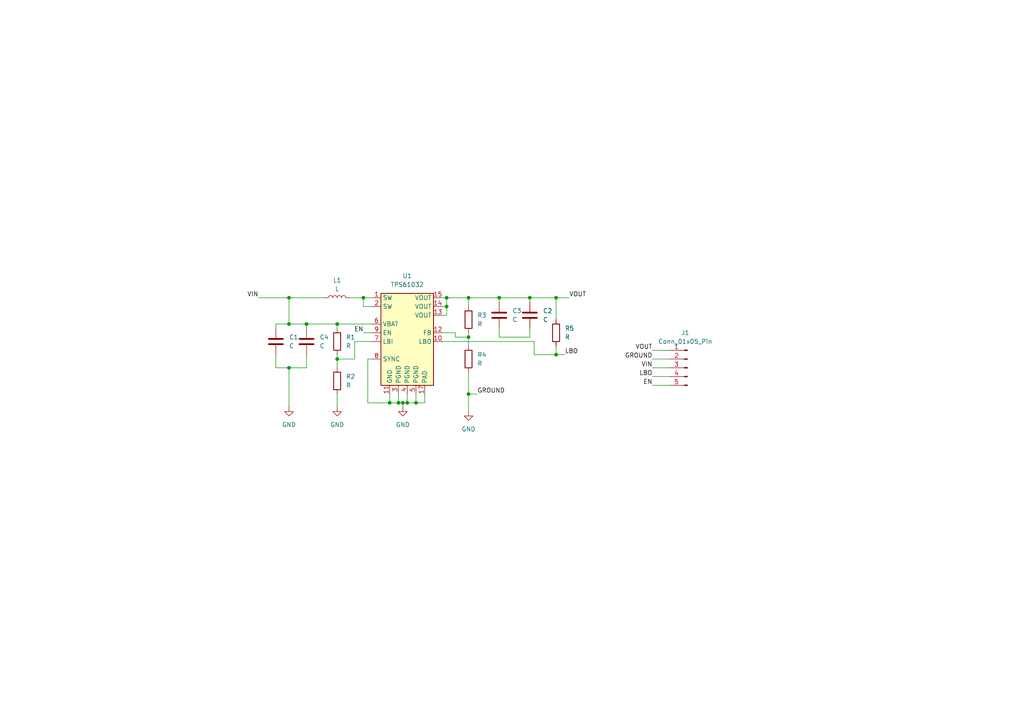
<source format=kicad_sch>
(kicad_sch (version 20230121) (generator eeschema)
  (paper "A4")
  (lib_symbols
    (symbol "Connector:Conn_01x05_Pin" (pin_names (offset 1.016) hide)
      (property "Reference" "J" (at 0 7.62 0))
      (property "Value" "Conn_01x05_Pin" (at 0 -7.62 0))
      (symbol "Conn_01x05_Pin_1_1"
        (polyline (pts (xy 1.27 -5.08) (xy 0.8636 -5.08)) (stroke (width 0.1524)))
        (polyline (pts (xy 1.27 -2.54) (xy 0.8636 -2.54)) (stroke (width 0.1524)))
        (polyline (pts (xy 1.27 0) (xy 0.8636 0)) (stroke (width 0.1524)))
        (polyline (pts (xy 1.27 2.54) (xy 0.8636 2.54)) (stroke (width 0.1524)))
        (polyline (pts (xy 1.27 5.08) (xy 0.8636 5.08)) (stroke (width 0.1524)))
        (rectangle (start 0.8636 -4.953) (end 0 -5.207) (stroke (width 0.1524)) (fill (type outline)))
        (rectangle (start 0.8636 -2.413) (end 0 -2.667) (stroke (width 0.1524)) (fill (type outline)))
        (rectangle (start 0.8636 0.127) (end 0 -0.127) (stroke (width 0.1524)) (fill (type outline)))
        (rectangle (start 0.8636 2.667) (end 0 2.413) (stroke (width 0.1524)) (fill (type outline)))
        (rectangle (start 0.8636 5.207) (end 0 4.953) (stroke (width 0.1524)) (fill (type outline)))
        (pin passive line (at 5.08 5.08 180) (length 3.81) (name "Pin_1") (number "1"))
        (pin passive line (at 5.08 2.54 180) (length 3.81) (name "Pin_2") (number "2"))
        (pin passive line (at 5.08 0 180) (length 3.81) (name "Pin_3") (number "3"))
        (pin passive line (at 5.08 -2.54 180) (length 3.81) (name "Pin_4") (number "4"))
        (pin passive line (at 5.08 -5.08 180) (length 3.81) (name "Pin_5") (number "5"))
      )
    )
    (symbol "Device:C" (pin_numbers hide) (pin_names (offset 0.254))
      (property "Reference" "C" (at 0.635 2.54 0))
      (property "Value" "C" (at 0.635 -2.54 0))
      (symbol "C_0_1"
        (polyline (pts (xy -2.032 -0.762) (xy 2.032 -0.762)) (stroke (width 0.508)))
        (polyline (pts (xy -2.032 0.762) (xy 2.032 0.762)) (stroke (width 0.508)))
      )
      (symbol "C_1_1"
        (pin passive line (at 0 3.81 270) (length 2.794) (name "~") (number "1"))
        (pin passive line (at 0 -3.81 90) (length 2.794) (name "~") (number "2"))
      )
    )
    (symbol "Device:L" (pin_numbers hide) (pin_names (offset 1.016) hide)
      (property "Reference" "L" (at -1.27 0 90))
      (property "Value" "L" (at 1.905 0 90))
      (symbol "L_0_1"
        (arc (start 0 -2.54) (mid 0.6323 -1.905) (end 0 -1.27))
        (arc (start 0 -1.27) (mid 0.6323 -0.635) (end 0 0))
        (arc (start 0 0) (mid 0.6323 0.635) (end 0 1.27))
        (arc (start 0 1.27) (mid 0.6323 1.905) (end 0 2.54))
      )
      (symbol "L_1_1"
        (pin passive line (at 0 3.81 270) (length 1.27) (name "1") (number "1"))
        (pin passive line (at 0 -3.81 90) (length 1.27) (name "2") (number "2"))
      )
    )
    (symbol "Device:R" (pin_numbers hide) (pin_names (offset 0))
      (property "Reference" "R" (at 2.032 0 90))
      (property "Value" "R" (at 0 0 90))
      (symbol "R_0_1"
        (rectangle (start -1.016 -2.54) (end 1.016 2.54) (stroke (width 0.254)))
      )
      (symbol "R_1_1"
        (pin passive line (at 0 3.81 270) (length 1.27) (name "~") (number "1"))
        (pin passive line (at 0 -3.81 90) (length 1.27) (name "~") (number "2"))
      )
    )
    (symbol "Regulator_Switching_Boost:TPS61032"
      (property "Reference" "U" (at -7.62 15.24 0))
      (property "Value" "TPS61032" (at 1.27 15.24 0))
      (symbol "TPS61032_0_0"
        (pin power_in line (at 5.08 -15.24 90) (length 2.54) (name "PAD") (number "17"))
      )
      (symbol "TPS61032_0_1"
        (rectangle (start -7.62 13.97) (end 7.62 -12.7) (stroke (width 0.254)) (fill (type background)))
      )
      (symbol "TPS61032_1_0"
        (pin passive line (at -10.16 12.7 0) (length 2.54) (name "SW") (number "1"))
        (pin open_collector line (at 10.16 0 180) (length 2.54) (name "LBO") (number "10"))
        (pin power_in line (at -5.08 -15.24 90) (length 2.54) (name "GND") (number "11"))
        (pin input line (at 10.16 2.54 180) (length 2.54) (name "FB") (number "12"))
        (pin passive line (at 10.16 7.62 180) (length 2.54) (name "VOUT") (number "13"))
        (pin passive line (at 10.16 10.16 180) (length 2.54) (name "VOUT") (number "14"))
        (pin power_out line (at 10.16 12.7 180) (length 2.54) (name "VOUT") (number "15"))
        (pin no_connect line (at 10.16 -5.08 180) (length 2.54) hide (name "NC") (number "16"))
        (pin passive line (at -10.16 10.16 0) (length 2.54) (name "SW") (number "2"))
        (pin power_in line (at -2.54 -15.24 90) (length 2.54) (name "PGND") (number "3"))
        (pin power_in line (at 0 -15.24 90) (length 2.54) (name "PGND") (number "4"))
        (pin power_in line (at 2.54 -15.24 90) (length 2.54) (name "PGND") (number "5"))
        (pin power_in line (at -10.16 5.08 0) (length 2.54) (name "VBAT") (number "6"))
        (pin input line (at -10.16 0 0) (length 2.54) (name "LBI") (number "7"))
        (pin input line (at -10.16 -5.08 0) (length 2.54) (name "SYNC") (number "8"))
        (pin input line (at -10.16 2.54 0) (length 2.54) (name "EN") (number "9"))
      )
    )
    (symbol "power:GND" (power) (pin_names (offset 0))
      (property "Value" "GND" (at 0 -3.81 0))
      (symbol "GND_0_1"
        (polyline (pts (xy 0 0) (xy 0 -1.27) (xy 1.27 -1.27) (xy 0 -2.54) (xy -1.27 -1.27) (xy 0 -1.27)))
      )
      (symbol "GND_1_1"
        (pin power_in line (at 0 0 270) (length 0) hide (name "GND") (number "1"))
      )
    )
  )
  (junction (at 129.54 88.9))
  (junction (at 105.41 86.36))
  (junction (at 161.29 102.87))
  (junction (at 97.79 93.98))
  (junction (at 113.03 116.84))
  (junction (at 83.82 106.68))
  (junction (at 97.79 104.14))
  (junction (at 129.54 86.36))
  (junction (at 83.82 86.36))
  (junction (at 120.65 116.84))
  (junction (at 88.9 93.98))
  (junction (at 135.89 114.3))
  (junction (at 144.78 86.36))
  (junction (at 118.11 116.84))
  (junction (at 116.84 116.84))
  (junction (at 135.89 97.79))
  (junction (at 153.67 86.36))
  (junction (at 161.29 86.36))
  (junction (at 83.82 93.98))
  (junction (at 135.89 86.36))
  (junction (at 115.57 116.84))
  (wire (pts (xy 128.27 88.9) (xy 129.54 88.9)))
  (wire (pts (xy 135.89 96.52) (xy 135.89 97.79)))
  (wire (pts (xy 153.67 86.36) (xy 161.29 86.36)))
  (wire (pts (xy 83.82 106.68) (xy 88.9 106.68)))
  (wire (pts (xy 129.54 86.36) (xy 135.89 86.36)))
  (wire (pts (xy 154.94 99.06) (xy 154.94 102.87)))
  (wire (pts (xy 154.94 102.87) (xy 161.29 102.87)))
  (wire (pts (xy 105.41 88.9) (xy 105.41 86.36)))
  (wire (pts (xy 128.27 91.44) (xy 129.54 91.44)))
  (wire (pts (xy 83.82 106.68) (xy 83.82 118.11)))
  (wire (pts (xy 144.78 86.36) (xy 144.78 87.63)))
  (wire (pts (xy 135.89 97.79) (xy 135.89 100.33)))
  (wire (pts (xy 97.79 104.14) (xy 97.79 106.68)))
  (wire (pts (xy 161.29 102.87) (xy 161.29 100.33)))
  (wire (pts (xy 97.79 114.3) (xy 97.79 118.11)))
  (wire (pts (xy 120.65 114.3) (xy 120.65 116.84)))
  (wire (pts (xy 189.23 109.22) (xy 194.31 109.22)))
  (wire (pts (xy 101.6 86.36) (xy 105.41 86.36)))
  (wire (pts (xy 80.01 95.25) (xy 80.01 93.98)))
  (wire (pts (xy 161.29 86.36) (xy 161.29 92.71)))
  (wire (pts (xy 105.41 96.52) (xy 107.95 96.52)))
  (wire (pts (xy 113.03 116.84) (xy 115.57 116.84)))
  (wire (pts (xy 144.78 97.79) (xy 153.67 97.79)))
  (wire (pts (xy 97.79 102.87) (xy 97.79 104.14)))
  (wire (pts (xy 116.84 116.84) (xy 118.11 116.84)))
  (wire (pts (xy 189.23 106.68) (xy 194.31 106.68)))
  (wire (pts (xy 144.78 86.36) (xy 153.67 86.36)))
  (wire (pts (xy 161.29 86.36) (xy 165.1 86.36)))
  (wire (pts (xy 74.93 86.36) (xy 83.82 86.36)))
  (wire (pts (xy 115.57 116.84) (xy 116.84 116.84)))
  (wire (pts (xy 135.89 86.36) (xy 135.89 88.9)))
  (wire (pts (xy 80.01 93.98) (xy 83.82 93.98)))
  (wire (pts (xy 97.79 104.14) (xy 102.87 104.14)))
  (wire (pts (xy 189.23 104.14) (xy 194.31 104.14)))
  (wire (pts (xy 107.95 88.9) (xy 105.41 88.9)))
  (wire (pts (xy 132.08 97.79) (xy 135.89 97.79)))
  (wire (pts (xy 128.27 86.36) (xy 129.54 86.36)))
  (wire (pts (xy 105.41 86.36) (xy 107.95 86.36)))
  (wire (pts (xy 128.27 96.52) (xy 132.08 96.52)))
  (wire (pts (xy 88.9 102.87) (xy 88.9 106.68)))
  (wire (pts (xy 97.79 93.98) (xy 107.95 93.98)))
  (wire (pts (xy 161.29 102.87) (xy 163.83 102.87)))
  (wire (pts (xy 102.87 99.06) (xy 107.95 99.06)))
  (wire (pts (xy 83.82 86.36) (xy 93.98 86.36)))
  (wire (pts (xy 129.54 88.9) (xy 129.54 86.36)))
  (wire (pts (xy 118.11 114.3) (xy 118.11 116.84)))
  (wire (pts (xy 80.01 102.87) (xy 80.01 106.68)))
  (wire (pts (xy 153.67 86.36) (xy 153.67 87.63)))
  (wire (pts (xy 107.95 104.14) (xy 106.68 104.14)))
  (wire (pts (xy 135.89 86.36) (xy 144.78 86.36)))
  (wire (pts (xy 129.54 91.44) (xy 129.54 88.9)))
  (wire (pts (xy 189.23 111.76) (xy 194.31 111.76)))
  (wire (pts (xy 120.65 116.84) (xy 123.19 116.84)))
  (wire (pts (xy 88.9 93.98) (xy 88.9 95.25)))
  (wire (pts (xy 153.67 95.25) (xy 153.67 97.79)))
  (wire (pts (xy 106.68 104.14) (xy 106.68 116.84)))
  (wire (pts (xy 135.89 114.3) (xy 135.89 119.38)))
  (wire (pts (xy 102.87 104.14) (xy 102.87 99.06)))
  (wire (pts (xy 115.57 114.3) (xy 115.57 116.84)))
  (wire (pts (xy 132.08 96.52) (xy 132.08 97.79)))
  (wire (pts (xy 128.27 99.06) (xy 154.94 99.06)))
  (wire (pts (xy 83.82 93.98) (xy 83.82 86.36)))
  (wire (pts (xy 97.79 95.25) (xy 97.79 93.98)))
  (wire (pts (xy 116.84 116.84) (xy 116.84 118.11)))
  (wire (pts (xy 106.68 116.84) (xy 113.03 116.84)))
  (wire (pts (xy 83.82 93.98) (xy 88.9 93.98)))
  (wire (pts (xy 135.89 114.3) (xy 138.43 114.3)))
  (wire (pts (xy 113.03 114.3) (xy 113.03 116.84)))
  (wire (pts (xy 80.01 106.68) (xy 83.82 106.68)))
  (wire (pts (xy 189.23 101.6) (xy 194.31 101.6)))
  (wire (pts (xy 135.89 107.95) (xy 135.89 114.3)))
  (wire (pts (xy 123.19 114.3) (xy 123.19 116.84)))
  (wire (pts (xy 144.78 95.25) (xy 144.78 97.79)))
  (wire (pts (xy 88.9 93.98) (xy 97.79 93.98)))
  (wire (pts (xy 118.11 116.84) (xy 120.65 116.84)))
  (label "VIN" (at 189.23 106.68 180))
  (label "LBO" (at 189.23 109.22 180))
  (label "EN" (at 105.41 96.52 180))
  (label "VOUT" (at 189.23 101.6 180))
  (label "GROUND" (at 189.23 104.14 180))
  (label "EN" (at 189.23 111.76 180))
  (label "VIN" (at 74.93 86.36 180))
  (label "LBO" (at 163.83 102.87 0))
  (label "GROUND" (at 138.43 114.3 0))
  (label "VOUT" (at 165.1 86.36 0))
  (symbol (lib_id "Device:R") (at 161.29 96.52 0) (unit 1)
    (property "Reference" "R5" (at 163.83 95.25 0) (effects (justify left)))
    (property "Value" "R" (at 163.83 97.79 0) (effects (justify left)))
    (property "Footprint" "Resistor_SMD:R_0805_2012Metric_Pad1.20x1.40mm_HandSolder" (effects hide))
  )
  (symbol (lib_id "power:GND") (at 97.79 118.11 0) (unit 1)
    (property "Reference" "#PWR02" (effects hide))
    (property "Value" "GND" (at 97.79 123.19 0))
  )
  (symbol (lib_id "power:GND") (at 83.82 118.11 0) (unit 1)
    (property "Reference" "#PWR03" (effects hide))
    (property "Value" "GND" (at 83.82 123.19 0))
  )
  (symbol (lib_id "Device:C") (at 80.01 99.06 0) (unit 1)
    (property "Reference" "C1" (at 83.82 97.79 0) (effects (justify left)))
    (property "Value" "C" (at 83.82 100.33 0) (effects (justify left)))
    (property "Footprint" "Capacitor_SMD:C_0805_2012Metric_Pad1.18x1.45mm_HandSolder" (effects hide))
  )
  (symbol (lib_id "Device:C") (at 88.9 99.06 0) (unit 1)
    (property "Reference" "C4" (at 92.71 97.79 0) (effects (justify left)))
    (property "Value" "C" (at 92.71 100.33 0) (effects (justify left)))
    (property "Footprint" "Capacitor_SMD:CP_Elec_8x10.5" (effects hide))
  )
  (symbol (lib_id "Device:C") (at 153.67 91.44 0) (unit 1)
    (property "Reference" "C2" (at 157.48 90.17 0) (effects (justify left)))
    (property "Value" "C" (at 157.48 92.71 0) (effects (justify left)))
    (property "Footprint" "Capacitor_SMD:C_0805_2012Metric_Pad1.18x1.45mm_HandSolder" (effects hide))
  )
  (symbol (lib_id "Device:C") (at 144.78 91.44 0) (unit 1)
    (property "Reference" "C3" (at 148.59 90.17 0) (effects (justify left)))
    (property "Value" "C" (at 148.59 92.71 0) (effects (justify left)))
    (property "Footprint" "Capacitor_SMD:CP_Elec_8x10.5" (effects hide))
  )
  (symbol (lib_id "Device:R") (at 97.79 110.49 0) (unit 1)
    (property "Reference" "R2" (at 100.33 109.22 0) (effects (justify left)))
    (property "Value" "R" (at 100.33 111.76 0) (effects (justify left)))
    (property "Footprint" "Resistor_SMD:R_0805_2012Metric_Pad1.20x1.40mm_HandSolder" (effects hide))
  )
  (symbol (lib_id "Connector:Conn_01x05_Pin") (at 199.39 106.68 0) (mirror y) (unit 1)
    (property "Reference" "J1" (at 198.755 96.52 0))
    (property "Value" "Conn_01x05_Pin" (at 198.755 99.06 0))
    (property "Footprint" "Connector_PinHeader_2.54mm:PinHeader_1x05_P2.54mm_Vertical" (effects hide))
  )
  (symbol (lib_id "power:GND") (at 135.89 119.38 0) (unit 1)
    (property "Reference" "#PWR04" (effects hide))
    (property "Value" "GND" (at 135.89 124.46 0))
  )
  (symbol (lib_id "Regulator_Switching_Boost:TPS61032") (at 118.11 99.06 0) (unit 1)
    (property "Reference" "U1" (at 118.11 80.01 0))
    (property "Value" "TPS61032" (at 118.11 82.55 0))
    (property "Footprint" "Package_SO:HTSSOP-16-1EP_4.4x5mm_P0.65mm_EP3.4x5mm" (effects hide))
    (property "Datasheet" "https://www.ti.com/lit/ds/symlink/tps61032.pdf" (effects hide))
  )
  (symbol (lib_id "Device:L") (at 97.79 86.36 90) (unit 1)
    (property "Reference" "L1" (at 97.79 81.28 90))
    (property "Value" "L" (at 97.79 83.82 90))
    (property "Footprint" "Inductor_SMD_power:L_Sumida_CDRH124_12.3x12.3mm" (effects hide))
  )
  (symbol (lib_id "power:GND") (at 116.84 118.11 0) (unit 1)
    (property "Reference" "#PWR01" (effects hide))
    (property "Value" "GND" (at 116.84 123.19 0))
  )
  (symbol (lib_id "Device:R") (at 135.89 92.71 0) (unit 1)
    (property "Reference" "R3" (at 138.43 91.44 0) (effects (justify left)))
    (property "Value" "R" (at 138.43 93.98 0) (effects (justify left)))
    (property "Footprint" "Resistor_SMD:R_0805_2012Metric_Pad1.20x1.40mm_HandSolder" (effects hide))
  )
  (symbol (lib_id "Device:R") (at 97.79 99.06 0) (unit 1)
    (property "Reference" "R1" (at 100.33 97.79 0) (effects (justify left)))
    (property "Value" "R" (at 100.33 100.33 0) (effects (justify left)))
    (property "Footprint" "Resistor_SMD:R_0805_2012Metric_Pad1.20x1.40mm_HandSolder" (effects hide))
  )
  (symbol (lib_id "Device:R") (at 135.89 104.14 0) (unit 1)
    (property "Reference" "R4" (at 138.43 102.87 0) (effects (justify left)))
    (property "Value" "R" (at 138.43 105.41 0) (effects (justify left)))
    (property "Footprint" "Resistor_SMD:R_0805_2012Metric_Pad1.20x1.40mm_HandSolder" (effects hide))
  )
)
</source>
